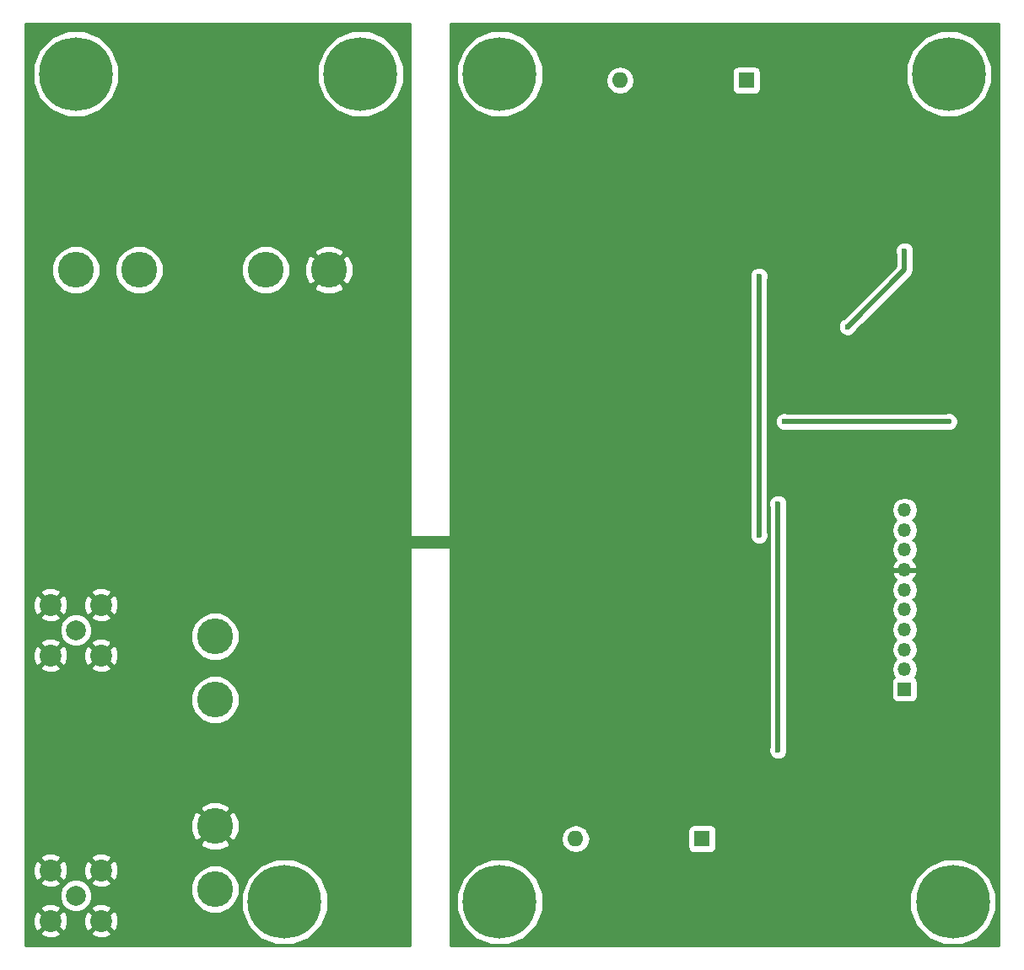
<source format=gbl>
G04 #@! TF.FileFunction,Copper,L2,Bot,Signal*
%FSLAX46Y46*%
G04 Gerber Fmt 4.6, Leading zero omitted, Abs format (unit mm)*
G04 Created by KiCad (PCBNEW 4.0.6) date Friday, July 21, 2017 'PMt' 04:29:49 PM*
%MOMM*%
%LPD*%
G01*
G04 APERTURE LIST*
%ADD10C,0.100000*%
%ADD11R,1.600000X1.600000*%
%ADD12O,1.600000X1.600000*%
%ADD13C,2.200000*%
%ADD14C,2.000000*%
%ADD15R,1.350000X1.350000*%
%ADD16O,1.350000X1.350000*%
%ADD17C,3.600000*%
%ADD18C,7.400000*%
%ADD19C,0.600000*%
%ADD20C,1.000000*%
%ADD21C,0.250000*%
%ADD22C,0.500000*%
%ADD23C,0.254000*%
G04 APERTURE END LIST*
D10*
D11*
X173990000Y-46990000D03*
D12*
X161290000Y-46990000D03*
D11*
X169545000Y-123190000D03*
D12*
X156845000Y-123190000D03*
D13*
X104140000Y-104775000D03*
X104140000Y-99695000D03*
X109220000Y-99695000D03*
X109220000Y-104775000D03*
D14*
X106680000Y-102235000D03*
D13*
X104140000Y-131445000D03*
X104140000Y-126365000D03*
X109220000Y-126365000D03*
X109220000Y-131445000D03*
D14*
X106680000Y-128905000D03*
D15*
X189865000Y-108170000D03*
D16*
X189865000Y-106170000D03*
X189865000Y-104170000D03*
X189865000Y-102170000D03*
X189865000Y-100170000D03*
X189865000Y-98170000D03*
X189865000Y-96170000D03*
X189865000Y-94170000D03*
X189865000Y-92170000D03*
X189865000Y-90170000D03*
D17*
X120650000Y-121920000D03*
X120650000Y-109220000D03*
X120650000Y-102870000D03*
X120650000Y-128270000D03*
X125730000Y-66040000D03*
X113030000Y-66040000D03*
X106680000Y-66040000D03*
X132080000Y-66040000D03*
D18*
X194310000Y-46355000D03*
D19*
X197085000Y-46355000D03*
X196272221Y-48317221D03*
X194310000Y-49130000D03*
X192347779Y-48317221D03*
X191535000Y-46355000D03*
X192347779Y-44392779D03*
X194310000Y-43580000D03*
X196272221Y-44392779D03*
D18*
X149225000Y-46355000D03*
D19*
X152000000Y-46355000D03*
X151187221Y-48317221D03*
X149225000Y-49130000D03*
X147262779Y-48317221D03*
X146450000Y-46355000D03*
X147262779Y-44392779D03*
X149225000Y-43580000D03*
X151187221Y-44392779D03*
D18*
X149225000Y-129540000D03*
D19*
X152000000Y-129540000D03*
X151187221Y-131502221D03*
X149225000Y-132315000D03*
X147262779Y-131502221D03*
X146450000Y-129540000D03*
X147262779Y-127577779D03*
X149225000Y-126765000D03*
X151187221Y-127577779D03*
D18*
X194710000Y-129540000D03*
D19*
X197485000Y-129540000D03*
X196672221Y-131502221D03*
X194710000Y-132315000D03*
X192747779Y-131502221D03*
X191935000Y-129540000D03*
X192747779Y-127577779D03*
X194710000Y-126765000D03*
X196672221Y-127577779D03*
D18*
X127635000Y-129540000D03*
D19*
X130410000Y-129540000D03*
X129597221Y-131502221D03*
X127635000Y-132315000D03*
X125672779Y-131502221D03*
X124860000Y-129540000D03*
X125672779Y-127577779D03*
X127635000Y-126765000D03*
X129597221Y-127577779D03*
D18*
X106680000Y-46355000D03*
D19*
X109455000Y-46355000D03*
X108642221Y-48317221D03*
X106680000Y-49130000D03*
X104717779Y-48317221D03*
X103905000Y-46355000D03*
X104717779Y-44392779D03*
X106680000Y-43580000D03*
X108642221Y-44392779D03*
D18*
X135255000Y-46355000D03*
D19*
X138030000Y-46355000D03*
X137217221Y-48317221D03*
X135255000Y-49130000D03*
X133292779Y-48317221D03*
X132480000Y-46355000D03*
X133292779Y-44392779D03*
X135255000Y-43580000D03*
X137217221Y-44392779D03*
X164805000Y-95250000D03*
X170180000Y-78105000D03*
X170180000Y-88265000D03*
X154940000Y-88900000D03*
X154940000Y-95250000D03*
X161290000Y-66675000D03*
X161290000Y-55245000D03*
X160020000Y-129370000D03*
X160020000Y-118110000D03*
X124460000Y-121920000D03*
X135890000Y-93345000D03*
X135890000Y-66040000D03*
X189865000Y-64135000D03*
X184150000Y-71755000D03*
X175260000Y-66675000D03*
X175260000Y-92710000D03*
X177800000Y-81280000D03*
X194310000Y-81280000D03*
X177165000Y-89535000D03*
X177165000Y-114300000D03*
D20*
X160020000Y-118110000D02*
X160020000Y-95250000D01*
X160020000Y-95250000D02*
X160020000Y-93345000D01*
D21*
X164805000Y-95250000D02*
X160020000Y-95250000D01*
D20*
X170180000Y-78105000D02*
X170180000Y-88265000D01*
X170180000Y-88265000D02*
X155575000Y-88265000D01*
X155575000Y-88265000D02*
X154940000Y-88900000D01*
X154940000Y-93345000D02*
X154940000Y-88900000D01*
X154940000Y-95250000D02*
X154940000Y-93345000D01*
X160020000Y-93345000D02*
X154940000Y-93345000D01*
X154940000Y-93345000D02*
X135890000Y-93345000D01*
X161290000Y-55245000D02*
X161290000Y-66675000D01*
X160020000Y-118110000D02*
X160020000Y-129370000D01*
X135890000Y-121920000D02*
X135890000Y-114300000D01*
X135890000Y-114300000D02*
X135890000Y-93345000D01*
X124460000Y-121920000D02*
X135890000Y-121920000D01*
X135890000Y-66040000D02*
X135890000Y-93345000D01*
D22*
X184150000Y-71755000D02*
X189865000Y-66040000D01*
X189865000Y-66040000D02*
X189865000Y-64135000D01*
X175260000Y-92710000D02*
X175260000Y-66675000D01*
X194310000Y-81280000D02*
X177800000Y-81280000D01*
X177165000Y-89535000D02*
X177165000Y-90170000D01*
X177165000Y-90170000D02*
X177165000Y-114300000D01*
D23*
G36*
X140208000Y-92710000D02*
X140218006Y-92759410D01*
X140246447Y-92801035D01*
X140288841Y-92828315D01*
X140335000Y-92837000D01*
X144145000Y-92837000D01*
X144194410Y-92826994D01*
X144236035Y-92798553D01*
X144263315Y-92756159D01*
X144272000Y-92710000D01*
X144272000Y-66860167D01*
X174324838Y-66860167D01*
X174375000Y-66981569D01*
X174375000Y-92403178D01*
X174325162Y-92523201D01*
X174324838Y-92895167D01*
X174466883Y-93238943D01*
X174729673Y-93502192D01*
X175073201Y-93644838D01*
X175445167Y-93645162D01*
X175788943Y-93503117D01*
X176052192Y-93240327D01*
X176194838Y-92896799D01*
X176195162Y-92524833D01*
X176145000Y-92403431D01*
X176145000Y-89720167D01*
X176229838Y-89720167D01*
X176280000Y-89841569D01*
X176280000Y-113993178D01*
X176230162Y-114113201D01*
X176229838Y-114485167D01*
X176371883Y-114828943D01*
X176634673Y-115092192D01*
X176978201Y-115234838D01*
X177350167Y-115235162D01*
X177693943Y-115093117D01*
X177957192Y-114830327D01*
X178099838Y-114486799D01*
X178100162Y-114114833D01*
X178050000Y-113993431D01*
X178050000Y-98170000D01*
X188529336Y-98170000D01*
X188629054Y-98671315D01*
X188913026Y-99096310D01*
X189023311Y-99170000D01*
X188913026Y-99243690D01*
X188629054Y-99668685D01*
X188529336Y-100170000D01*
X188629054Y-100671315D01*
X188913026Y-101096310D01*
X189023311Y-101170000D01*
X188913026Y-101243690D01*
X188629054Y-101668685D01*
X188529336Y-102170000D01*
X188629054Y-102671315D01*
X188913026Y-103096310D01*
X189023311Y-103170000D01*
X188913026Y-103243690D01*
X188629054Y-103668685D01*
X188529336Y-104170000D01*
X188629054Y-104671315D01*
X188913026Y-105096310D01*
X189023311Y-105170000D01*
X188913026Y-105243690D01*
X188629054Y-105668685D01*
X188529336Y-106170000D01*
X188629054Y-106671315D01*
X188830008Y-106972064D01*
X188738559Y-107030910D01*
X188593569Y-107243110D01*
X188542560Y-107495000D01*
X188542560Y-108845000D01*
X188586838Y-109080317D01*
X188725910Y-109296441D01*
X188938110Y-109441431D01*
X189190000Y-109492440D01*
X190540000Y-109492440D01*
X190775317Y-109448162D01*
X190991441Y-109309090D01*
X191136431Y-109096890D01*
X191187440Y-108845000D01*
X191187440Y-107495000D01*
X191143162Y-107259683D01*
X191004090Y-107043559D01*
X190899823Y-106972317D01*
X191100946Y-106671315D01*
X191200664Y-106170000D01*
X191100946Y-105668685D01*
X190816974Y-105243690D01*
X190706689Y-105170000D01*
X190816974Y-105096310D01*
X191100946Y-104671315D01*
X191200664Y-104170000D01*
X191100946Y-103668685D01*
X190816974Y-103243690D01*
X190706689Y-103170000D01*
X190816974Y-103096310D01*
X191100946Y-102671315D01*
X191200664Y-102170000D01*
X191100946Y-101668685D01*
X190816974Y-101243690D01*
X190706689Y-101170000D01*
X190816974Y-101096310D01*
X191100946Y-100671315D01*
X191200664Y-100170000D01*
X191100946Y-99668685D01*
X190816974Y-99243690D01*
X190706689Y-99170000D01*
X190816974Y-99096310D01*
X191100946Y-98671315D01*
X191200664Y-98170000D01*
X191100946Y-97668685D01*
X190816974Y-97243690D01*
X190699314Y-97165072D01*
X190994478Y-96833633D01*
X191132910Y-96499400D01*
X191009224Y-96297000D01*
X189992000Y-96297000D01*
X189992000Y-96317000D01*
X189738000Y-96317000D01*
X189738000Y-96297000D01*
X188720776Y-96297000D01*
X188597090Y-96499400D01*
X188735522Y-96833633D01*
X189030686Y-97165072D01*
X188913026Y-97243690D01*
X188629054Y-97668685D01*
X188529336Y-98170000D01*
X178050000Y-98170000D01*
X178050000Y-90170000D01*
X188529336Y-90170000D01*
X188629054Y-90671315D01*
X188913026Y-91096310D01*
X189023311Y-91170000D01*
X188913026Y-91243690D01*
X188629054Y-91668685D01*
X188529336Y-92170000D01*
X188629054Y-92671315D01*
X188913026Y-93096310D01*
X189023311Y-93170000D01*
X188913026Y-93243690D01*
X188629054Y-93668685D01*
X188529336Y-94170000D01*
X188629054Y-94671315D01*
X188913026Y-95096310D01*
X189030686Y-95174928D01*
X188735522Y-95506367D01*
X188597090Y-95840600D01*
X188720776Y-96043000D01*
X189738000Y-96043000D01*
X189738000Y-96023000D01*
X189992000Y-96023000D01*
X189992000Y-96043000D01*
X191009224Y-96043000D01*
X191132910Y-95840600D01*
X190994478Y-95506367D01*
X190699314Y-95174928D01*
X190816974Y-95096310D01*
X191100946Y-94671315D01*
X191200664Y-94170000D01*
X191100946Y-93668685D01*
X190816974Y-93243690D01*
X190706689Y-93170000D01*
X190816974Y-93096310D01*
X191100946Y-92671315D01*
X191200664Y-92170000D01*
X191100946Y-91668685D01*
X190816974Y-91243690D01*
X190706689Y-91170000D01*
X190816974Y-91096310D01*
X191100946Y-90671315D01*
X191200664Y-90170000D01*
X191100946Y-89668685D01*
X190816974Y-89243690D01*
X190391979Y-88959718D01*
X189890664Y-88860000D01*
X189839336Y-88860000D01*
X189338021Y-88959718D01*
X188913026Y-89243690D01*
X188629054Y-89668685D01*
X188529336Y-90170000D01*
X178050000Y-90170000D01*
X178050000Y-89841822D01*
X178099838Y-89721799D01*
X178100162Y-89349833D01*
X177958117Y-89006057D01*
X177695327Y-88742808D01*
X177351799Y-88600162D01*
X176979833Y-88599838D01*
X176636057Y-88741883D01*
X176372808Y-89004673D01*
X176230162Y-89348201D01*
X176229838Y-89720167D01*
X176145000Y-89720167D01*
X176145000Y-81465167D01*
X176864838Y-81465167D01*
X177006883Y-81808943D01*
X177269673Y-82072192D01*
X177613201Y-82214838D01*
X177985167Y-82215162D01*
X178106569Y-82165000D01*
X194003178Y-82165000D01*
X194123201Y-82214838D01*
X194495167Y-82215162D01*
X194838943Y-82073117D01*
X195102192Y-81810327D01*
X195244838Y-81466799D01*
X195245162Y-81094833D01*
X195103117Y-80751057D01*
X194840327Y-80487808D01*
X194496799Y-80345162D01*
X194124833Y-80344838D01*
X194003431Y-80395000D01*
X178106822Y-80395000D01*
X177986799Y-80345162D01*
X177614833Y-80344838D01*
X177271057Y-80486883D01*
X177007808Y-80749673D01*
X176865162Y-81093201D01*
X176864838Y-81465167D01*
X176145000Y-81465167D01*
X176145000Y-71940167D01*
X183214838Y-71940167D01*
X183356883Y-72283943D01*
X183619673Y-72547192D01*
X183963201Y-72689838D01*
X184335167Y-72690162D01*
X184678943Y-72548117D01*
X184942192Y-72285327D01*
X184992566Y-72164014D01*
X190490787Y-66665792D01*
X190490790Y-66665790D01*
X190682633Y-66378675D01*
X190682634Y-66378674D01*
X190750001Y-66040000D01*
X190750000Y-66039995D01*
X190750000Y-64441822D01*
X190799838Y-64321799D01*
X190800162Y-63949833D01*
X190658117Y-63606057D01*
X190395327Y-63342808D01*
X190051799Y-63200162D01*
X189679833Y-63199838D01*
X189336057Y-63341883D01*
X189072808Y-63604673D01*
X188930162Y-63948201D01*
X188929838Y-64320167D01*
X188980000Y-64441569D01*
X188980000Y-65673421D01*
X183741164Y-70912256D01*
X183621057Y-70961883D01*
X183357808Y-71224673D01*
X183215162Y-71568201D01*
X183214838Y-71940167D01*
X176145000Y-71940167D01*
X176145000Y-66981822D01*
X176194838Y-66861799D01*
X176195162Y-66489833D01*
X176053117Y-66146057D01*
X175790327Y-65882808D01*
X175446799Y-65740162D01*
X175074833Y-65739838D01*
X174731057Y-65881883D01*
X174467808Y-66144673D01*
X174325162Y-66488201D01*
X174324838Y-66860167D01*
X144272000Y-66860167D01*
X144272000Y-47213502D01*
X144889249Y-47213502D01*
X145547823Y-48807372D01*
X146766213Y-50027892D01*
X148358932Y-50689246D01*
X150083502Y-50690751D01*
X151677372Y-50032177D01*
X152897892Y-48813787D01*
X153559246Y-47221068D01*
X153559447Y-46990000D01*
X159826887Y-46990000D01*
X159936120Y-47539151D01*
X160247189Y-48004698D01*
X160712736Y-48315767D01*
X161261887Y-48425000D01*
X161318113Y-48425000D01*
X161867264Y-48315767D01*
X162332811Y-48004698D01*
X162643880Y-47539151D01*
X162753113Y-46990000D01*
X162643880Y-46440849D01*
X162476268Y-46190000D01*
X172542560Y-46190000D01*
X172542560Y-47790000D01*
X172586838Y-48025317D01*
X172725910Y-48241441D01*
X172938110Y-48386431D01*
X173190000Y-48437440D01*
X174790000Y-48437440D01*
X175025317Y-48393162D01*
X175241441Y-48254090D01*
X175386431Y-48041890D01*
X175437440Y-47790000D01*
X175437440Y-47213502D01*
X189974249Y-47213502D01*
X190632823Y-48807372D01*
X191851213Y-50027892D01*
X193443932Y-50689246D01*
X195168502Y-50690751D01*
X196762372Y-50032177D01*
X197982892Y-48813787D01*
X198644246Y-47221068D01*
X198645751Y-45496498D01*
X197987177Y-43902628D01*
X196768787Y-42682108D01*
X195176068Y-42020754D01*
X193451498Y-42019249D01*
X191857628Y-42677823D01*
X190637108Y-43896213D01*
X189975754Y-45488932D01*
X189974249Y-47213502D01*
X175437440Y-47213502D01*
X175437440Y-46190000D01*
X175393162Y-45954683D01*
X175254090Y-45738559D01*
X175041890Y-45593569D01*
X174790000Y-45542560D01*
X173190000Y-45542560D01*
X172954683Y-45586838D01*
X172738559Y-45725910D01*
X172593569Y-45938110D01*
X172542560Y-46190000D01*
X162476268Y-46190000D01*
X162332811Y-45975302D01*
X161867264Y-45664233D01*
X161318113Y-45555000D01*
X161261887Y-45555000D01*
X160712736Y-45664233D01*
X160247189Y-45975302D01*
X159936120Y-46440849D01*
X159826887Y-46990000D01*
X153559447Y-46990000D01*
X153560751Y-45496498D01*
X152902177Y-43902628D01*
X151683787Y-42682108D01*
X150091068Y-42020754D01*
X148366498Y-42019249D01*
X146772628Y-42677823D01*
X145552108Y-43896213D01*
X144890754Y-45488932D01*
X144889249Y-47213502D01*
X144272000Y-47213502D01*
X144272000Y-41325000D01*
X199340000Y-41325000D01*
X199340000Y-133935000D01*
X144272000Y-133935000D01*
X144272000Y-130398502D01*
X144889249Y-130398502D01*
X145547823Y-131992372D01*
X146766213Y-133212892D01*
X148358932Y-133874246D01*
X150083502Y-133875751D01*
X151677372Y-133217177D01*
X152897892Y-131998787D01*
X153559246Y-130406068D01*
X153559252Y-130398502D01*
X190374249Y-130398502D01*
X191032823Y-131992372D01*
X192251213Y-133212892D01*
X193843932Y-133874246D01*
X195568502Y-133875751D01*
X197162372Y-133217177D01*
X198382892Y-131998787D01*
X199044246Y-130406068D01*
X199045751Y-128681498D01*
X198387177Y-127087628D01*
X197168787Y-125867108D01*
X195576068Y-125205754D01*
X193851498Y-125204249D01*
X192257628Y-125862823D01*
X191037108Y-127081213D01*
X190375754Y-128673932D01*
X190374249Y-130398502D01*
X153559252Y-130398502D01*
X153560751Y-128681498D01*
X152902177Y-127087628D01*
X151683787Y-125867108D01*
X150091068Y-125205754D01*
X148366498Y-125204249D01*
X146772628Y-125862823D01*
X145552108Y-127081213D01*
X144890754Y-128673932D01*
X144889249Y-130398502D01*
X144272000Y-130398502D01*
X144272000Y-123190000D01*
X155381887Y-123190000D01*
X155491120Y-123739151D01*
X155802189Y-124204698D01*
X156267736Y-124515767D01*
X156816887Y-124625000D01*
X156873113Y-124625000D01*
X157422264Y-124515767D01*
X157887811Y-124204698D01*
X158198880Y-123739151D01*
X158308113Y-123190000D01*
X158198880Y-122640849D01*
X158031268Y-122390000D01*
X168097560Y-122390000D01*
X168097560Y-123990000D01*
X168141838Y-124225317D01*
X168280910Y-124441441D01*
X168493110Y-124586431D01*
X168745000Y-124637440D01*
X170345000Y-124637440D01*
X170580317Y-124593162D01*
X170796441Y-124454090D01*
X170941431Y-124241890D01*
X170992440Y-123990000D01*
X170992440Y-122390000D01*
X170948162Y-122154683D01*
X170809090Y-121938559D01*
X170596890Y-121793569D01*
X170345000Y-121742560D01*
X168745000Y-121742560D01*
X168509683Y-121786838D01*
X168293559Y-121925910D01*
X168148569Y-122138110D01*
X168097560Y-122390000D01*
X158031268Y-122390000D01*
X157887811Y-122175302D01*
X157422264Y-121864233D01*
X156873113Y-121755000D01*
X156816887Y-121755000D01*
X156267736Y-121864233D01*
X155802189Y-122175302D01*
X155491120Y-122640849D01*
X155381887Y-123190000D01*
X144272000Y-123190000D01*
X144272000Y-93980000D01*
X144261994Y-93930590D01*
X144233553Y-93888965D01*
X144191159Y-93861685D01*
X144145000Y-93853000D01*
X140335000Y-93853000D01*
X140285590Y-93863006D01*
X140243965Y-93891447D01*
X140216685Y-93933841D01*
X140208000Y-93980000D01*
X140208000Y-133935000D01*
X101650000Y-133935000D01*
X101650000Y-132669868D01*
X103094737Y-132669868D01*
X103205641Y-132947099D01*
X103851593Y-133190323D01*
X104541453Y-133167836D01*
X105074359Y-132947099D01*
X105185263Y-132669868D01*
X108174737Y-132669868D01*
X108285641Y-132947099D01*
X108931593Y-133190323D01*
X109621453Y-133167836D01*
X110154359Y-132947099D01*
X110265263Y-132669868D01*
X109220000Y-131624605D01*
X108174737Y-132669868D01*
X105185263Y-132669868D01*
X104140000Y-131624605D01*
X103094737Y-132669868D01*
X101650000Y-132669868D01*
X101650000Y-131156593D01*
X102394677Y-131156593D01*
X102417164Y-131846453D01*
X102637901Y-132379359D01*
X102915132Y-132490263D01*
X103960395Y-131445000D01*
X104319605Y-131445000D01*
X105364868Y-132490263D01*
X105642099Y-132379359D01*
X105885323Y-131733407D01*
X105866521Y-131156593D01*
X107474677Y-131156593D01*
X107497164Y-131846453D01*
X107717901Y-132379359D01*
X107995132Y-132490263D01*
X109040395Y-131445000D01*
X109399605Y-131445000D01*
X110444868Y-132490263D01*
X110722099Y-132379359D01*
X110965323Y-131733407D01*
X110942836Y-131043547D01*
X110722099Y-130510641D01*
X110444868Y-130399737D01*
X109399605Y-131445000D01*
X109040395Y-131445000D01*
X107995132Y-130399737D01*
X107717901Y-130510641D01*
X107474677Y-131156593D01*
X105866521Y-131156593D01*
X105862836Y-131043547D01*
X105642099Y-130510641D01*
X105364868Y-130399737D01*
X104319605Y-131445000D01*
X103960395Y-131445000D01*
X102915132Y-130399737D01*
X102637901Y-130510641D01*
X102394677Y-131156593D01*
X101650000Y-131156593D01*
X101650000Y-130220132D01*
X103094737Y-130220132D01*
X104140000Y-131265395D01*
X105185263Y-130220132D01*
X105074359Y-129942901D01*
X104428407Y-129699677D01*
X103738547Y-129722164D01*
X103205641Y-129942901D01*
X103094737Y-130220132D01*
X101650000Y-130220132D01*
X101650000Y-129228795D01*
X105044716Y-129228795D01*
X105293106Y-129829943D01*
X105752637Y-130290278D01*
X106353352Y-130539716D01*
X107003795Y-130540284D01*
X107604943Y-130291894D01*
X107676830Y-130220132D01*
X108174737Y-130220132D01*
X109220000Y-131265395D01*
X110265263Y-130220132D01*
X110154359Y-129942901D01*
X109508407Y-129699677D01*
X108818547Y-129722164D01*
X108285641Y-129942901D01*
X108174737Y-130220132D01*
X107676830Y-130220132D01*
X108065278Y-129832363D01*
X108314716Y-129231648D01*
X108315134Y-128752226D01*
X118214579Y-128752226D01*
X118584504Y-129647514D01*
X119268883Y-130333088D01*
X120163524Y-130704576D01*
X121132226Y-130705421D01*
X121875027Y-130398502D01*
X123299249Y-130398502D01*
X123957823Y-131992372D01*
X125176213Y-133212892D01*
X126768932Y-133874246D01*
X128493502Y-133875751D01*
X130087372Y-133217177D01*
X131307892Y-131998787D01*
X131969246Y-130406068D01*
X131970751Y-128681498D01*
X131312177Y-127087628D01*
X130093787Y-125867108D01*
X128501068Y-125205754D01*
X126776498Y-125204249D01*
X125182628Y-125862823D01*
X123962108Y-127081213D01*
X123300754Y-128673932D01*
X123299249Y-130398502D01*
X121875027Y-130398502D01*
X122027514Y-130335496D01*
X122713088Y-129651117D01*
X123084576Y-128756476D01*
X123085421Y-127787774D01*
X122715496Y-126892486D01*
X122031117Y-126206912D01*
X121136476Y-125835424D01*
X120167774Y-125834579D01*
X119272486Y-126204504D01*
X118586912Y-126888883D01*
X118215424Y-127783524D01*
X118214579Y-128752226D01*
X108315134Y-128752226D01*
X108315284Y-128581205D01*
X108066894Y-127980057D01*
X107677387Y-127589868D01*
X108174737Y-127589868D01*
X108285641Y-127867099D01*
X108931593Y-128110323D01*
X109621453Y-128087836D01*
X110154359Y-127867099D01*
X110265263Y-127589868D01*
X109220000Y-126544605D01*
X108174737Y-127589868D01*
X107677387Y-127589868D01*
X107607363Y-127519722D01*
X107006648Y-127270284D01*
X106356205Y-127269716D01*
X105755057Y-127518106D01*
X105294722Y-127977637D01*
X105045284Y-128578352D01*
X105044716Y-129228795D01*
X101650000Y-129228795D01*
X101650000Y-127589868D01*
X103094737Y-127589868D01*
X103205641Y-127867099D01*
X103851593Y-128110323D01*
X104541453Y-128087836D01*
X105074359Y-127867099D01*
X105185263Y-127589868D01*
X104140000Y-126544605D01*
X103094737Y-127589868D01*
X101650000Y-127589868D01*
X101650000Y-126076593D01*
X102394677Y-126076593D01*
X102417164Y-126766453D01*
X102637901Y-127299359D01*
X102915132Y-127410263D01*
X103960395Y-126365000D01*
X104319605Y-126365000D01*
X105364868Y-127410263D01*
X105642099Y-127299359D01*
X105885323Y-126653407D01*
X105866521Y-126076593D01*
X107474677Y-126076593D01*
X107497164Y-126766453D01*
X107717901Y-127299359D01*
X107995132Y-127410263D01*
X109040395Y-126365000D01*
X109399605Y-126365000D01*
X110444868Y-127410263D01*
X110722099Y-127299359D01*
X110965323Y-126653407D01*
X110942836Y-125963547D01*
X110722099Y-125430641D01*
X110444868Y-125319737D01*
X109399605Y-126365000D01*
X109040395Y-126365000D01*
X107995132Y-125319737D01*
X107717901Y-125430641D01*
X107474677Y-126076593D01*
X105866521Y-126076593D01*
X105862836Y-125963547D01*
X105642099Y-125430641D01*
X105364868Y-125319737D01*
X104319605Y-126365000D01*
X103960395Y-126365000D01*
X102915132Y-125319737D01*
X102637901Y-125430641D01*
X102394677Y-126076593D01*
X101650000Y-126076593D01*
X101650000Y-125140132D01*
X103094737Y-125140132D01*
X104140000Y-126185395D01*
X105185263Y-125140132D01*
X108174737Y-125140132D01*
X109220000Y-126185395D01*
X110265263Y-125140132D01*
X110154359Y-124862901D01*
X109508407Y-124619677D01*
X108818547Y-124642164D01*
X108285641Y-124862901D01*
X108174737Y-125140132D01*
X105185263Y-125140132D01*
X105074359Y-124862901D01*
X104428407Y-124619677D01*
X103738547Y-124642164D01*
X103205641Y-124862901D01*
X103094737Y-125140132D01*
X101650000Y-125140132D01*
X101650000Y-123650630D01*
X119098975Y-123650630D01*
X119295358Y-124000569D01*
X120194673Y-124360594D01*
X121163308Y-124349061D01*
X122004642Y-124000569D01*
X122201025Y-123650630D01*
X120650000Y-122099605D01*
X119098975Y-123650630D01*
X101650000Y-123650630D01*
X101650000Y-121464673D01*
X118209406Y-121464673D01*
X118220939Y-122433308D01*
X118569431Y-123274642D01*
X118919370Y-123471025D01*
X120470395Y-121920000D01*
X120829605Y-121920000D01*
X122380630Y-123471025D01*
X122730569Y-123274642D01*
X123090594Y-122375327D01*
X123079061Y-121406692D01*
X122730569Y-120565358D01*
X122380630Y-120368975D01*
X120829605Y-121920000D01*
X120470395Y-121920000D01*
X118919370Y-120368975D01*
X118569431Y-120565358D01*
X118209406Y-121464673D01*
X101650000Y-121464673D01*
X101650000Y-120189370D01*
X119098975Y-120189370D01*
X120650000Y-121740395D01*
X122201025Y-120189370D01*
X122004642Y-119839431D01*
X121105327Y-119479406D01*
X120136692Y-119490939D01*
X119295358Y-119839431D01*
X119098975Y-120189370D01*
X101650000Y-120189370D01*
X101650000Y-109702226D01*
X118214579Y-109702226D01*
X118584504Y-110597514D01*
X119268883Y-111283088D01*
X120163524Y-111654576D01*
X121132226Y-111655421D01*
X122027514Y-111285496D01*
X122713088Y-110601117D01*
X123084576Y-109706476D01*
X123085421Y-108737774D01*
X122715496Y-107842486D01*
X122031117Y-107156912D01*
X121136476Y-106785424D01*
X120167774Y-106784579D01*
X119272486Y-107154504D01*
X118586912Y-107838883D01*
X118215424Y-108733524D01*
X118214579Y-109702226D01*
X101650000Y-109702226D01*
X101650000Y-105999868D01*
X103094737Y-105999868D01*
X103205641Y-106277099D01*
X103851593Y-106520323D01*
X104541453Y-106497836D01*
X105074359Y-106277099D01*
X105185263Y-105999868D01*
X108174737Y-105999868D01*
X108285641Y-106277099D01*
X108931593Y-106520323D01*
X109621453Y-106497836D01*
X110154359Y-106277099D01*
X110265263Y-105999868D01*
X109220000Y-104954605D01*
X108174737Y-105999868D01*
X105185263Y-105999868D01*
X104140000Y-104954605D01*
X103094737Y-105999868D01*
X101650000Y-105999868D01*
X101650000Y-104486593D01*
X102394677Y-104486593D01*
X102417164Y-105176453D01*
X102637901Y-105709359D01*
X102915132Y-105820263D01*
X103960395Y-104775000D01*
X104319605Y-104775000D01*
X105364868Y-105820263D01*
X105642099Y-105709359D01*
X105885323Y-105063407D01*
X105866521Y-104486593D01*
X107474677Y-104486593D01*
X107497164Y-105176453D01*
X107717901Y-105709359D01*
X107995132Y-105820263D01*
X109040395Y-104775000D01*
X109399605Y-104775000D01*
X110444868Y-105820263D01*
X110722099Y-105709359D01*
X110965323Y-105063407D01*
X110942836Y-104373547D01*
X110722099Y-103840641D01*
X110444868Y-103729737D01*
X109399605Y-104775000D01*
X109040395Y-104775000D01*
X107995132Y-103729737D01*
X107717901Y-103840641D01*
X107474677Y-104486593D01*
X105866521Y-104486593D01*
X105862836Y-104373547D01*
X105642099Y-103840641D01*
X105364868Y-103729737D01*
X104319605Y-104775000D01*
X103960395Y-104775000D01*
X102915132Y-103729737D01*
X102637901Y-103840641D01*
X102394677Y-104486593D01*
X101650000Y-104486593D01*
X101650000Y-103550132D01*
X103094737Y-103550132D01*
X104140000Y-104595395D01*
X105185263Y-103550132D01*
X105074359Y-103272901D01*
X104428407Y-103029677D01*
X103738547Y-103052164D01*
X103205641Y-103272901D01*
X103094737Y-103550132D01*
X101650000Y-103550132D01*
X101650000Y-102558795D01*
X105044716Y-102558795D01*
X105293106Y-103159943D01*
X105752637Y-103620278D01*
X106353352Y-103869716D01*
X107003795Y-103870284D01*
X107604943Y-103621894D01*
X107676830Y-103550132D01*
X108174737Y-103550132D01*
X109220000Y-104595395D01*
X110265263Y-103550132D01*
X110186093Y-103352226D01*
X118214579Y-103352226D01*
X118584504Y-104247514D01*
X119268883Y-104933088D01*
X120163524Y-105304576D01*
X121132226Y-105305421D01*
X122027514Y-104935496D01*
X122713088Y-104251117D01*
X123084576Y-103356476D01*
X123085421Y-102387774D01*
X122715496Y-101492486D01*
X122031117Y-100806912D01*
X121136476Y-100435424D01*
X120167774Y-100434579D01*
X119272486Y-100804504D01*
X118586912Y-101488883D01*
X118215424Y-102383524D01*
X118214579Y-103352226D01*
X110186093Y-103352226D01*
X110154359Y-103272901D01*
X109508407Y-103029677D01*
X108818547Y-103052164D01*
X108285641Y-103272901D01*
X108174737Y-103550132D01*
X107676830Y-103550132D01*
X108065278Y-103162363D01*
X108314716Y-102561648D01*
X108315284Y-101911205D01*
X108066894Y-101310057D01*
X107677387Y-100919868D01*
X108174737Y-100919868D01*
X108285641Y-101197099D01*
X108931593Y-101440323D01*
X109621453Y-101417836D01*
X110154359Y-101197099D01*
X110265263Y-100919868D01*
X109220000Y-99874605D01*
X108174737Y-100919868D01*
X107677387Y-100919868D01*
X107607363Y-100849722D01*
X107006648Y-100600284D01*
X106356205Y-100599716D01*
X105755057Y-100848106D01*
X105294722Y-101307637D01*
X105045284Y-101908352D01*
X105044716Y-102558795D01*
X101650000Y-102558795D01*
X101650000Y-100919868D01*
X103094737Y-100919868D01*
X103205641Y-101197099D01*
X103851593Y-101440323D01*
X104541453Y-101417836D01*
X105074359Y-101197099D01*
X105185263Y-100919868D01*
X104140000Y-99874605D01*
X103094737Y-100919868D01*
X101650000Y-100919868D01*
X101650000Y-99406593D01*
X102394677Y-99406593D01*
X102417164Y-100096453D01*
X102637901Y-100629359D01*
X102915132Y-100740263D01*
X103960395Y-99695000D01*
X104319605Y-99695000D01*
X105364868Y-100740263D01*
X105642099Y-100629359D01*
X105885323Y-99983407D01*
X105866521Y-99406593D01*
X107474677Y-99406593D01*
X107497164Y-100096453D01*
X107717901Y-100629359D01*
X107995132Y-100740263D01*
X109040395Y-99695000D01*
X109399605Y-99695000D01*
X110444868Y-100740263D01*
X110722099Y-100629359D01*
X110965323Y-99983407D01*
X110942836Y-99293547D01*
X110722099Y-98760641D01*
X110444868Y-98649737D01*
X109399605Y-99695000D01*
X109040395Y-99695000D01*
X107995132Y-98649737D01*
X107717901Y-98760641D01*
X107474677Y-99406593D01*
X105866521Y-99406593D01*
X105862836Y-99293547D01*
X105642099Y-98760641D01*
X105364868Y-98649737D01*
X104319605Y-99695000D01*
X103960395Y-99695000D01*
X102915132Y-98649737D01*
X102637901Y-98760641D01*
X102394677Y-99406593D01*
X101650000Y-99406593D01*
X101650000Y-98470132D01*
X103094737Y-98470132D01*
X104140000Y-99515395D01*
X105185263Y-98470132D01*
X108174737Y-98470132D01*
X109220000Y-99515395D01*
X110265263Y-98470132D01*
X110154359Y-98192901D01*
X109508407Y-97949677D01*
X108818547Y-97972164D01*
X108285641Y-98192901D01*
X108174737Y-98470132D01*
X105185263Y-98470132D01*
X105074359Y-98192901D01*
X104428407Y-97949677D01*
X103738547Y-97972164D01*
X103205641Y-98192901D01*
X103094737Y-98470132D01*
X101650000Y-98470132D01*
X101650000Y-66522226D01*
X104244579Y-66522226D01*
X104614504Y-67417514D01*
X105298883Y-68103088D01*
X106193524Y-68474576D01*
X107162226Y-68475421D01*
X108057514Y-68105496D01*
X108743088Y-67421117D01*
X109114576Y-66526476D01*
X109114579Y-66522226D01*
X110594579Y-66522226D01*
X110964504Y-67417514D01*
X111648883Y-68103088D01*
X112543524Y-68474576D01*
X113512226Y-68475421D01*
X114407514Y-68105496D01*
X115093088Y-67421117D01*
X115464576Y-66526476D01*
X115464579Y-66522226D01*
X123294579Y-66522226D01*
X123664504Y-67417514D01*
X124348883Y-68103088D01*
X125243524Y-68474576D01*
X126212226Y-68475421D01*
X127107514Y-68105496D01*
X127442964Y-67770630D01*
X130528975Y-67770630D01*
X130725358Y-68120569D01*
X131624673Y-68480594D01*
X132593308Y-68469061D01*
X133434642Y-68120569D01*
X133631025Y-67770630D01*
X132080000Y-66219605D01*
X130528975Y-67770630D01*
X127442964Y-67770630D01*
X127793088Y-67421117D01*
X128164576Y-66526476D01*
X128165397Y-65584673D01*
X129639406Y-65584673D01*
X129650939Y-66553308D01*
X129999431Y-67394642D01*
X130349370Y-67591025D01*
X131900395Y-66040000D01*
X132259605Y-66040000D01*
X133810630Y-67591025D01*
X134160569Y-67394642D01*
X134520594Y-66495327D01*
X134509061Y-65526692D01*
X134160569Y-64685358D01*
X133810630Y-64488975D01*
X132259605Y-66040000D01*
X131900395Y-66040000D01*
X130349370Y-64488975D01*
X129999431Y-64685358D01*
X129639406Y-65584673D01*
X128165397Y-65584673D01*
X128165421Y-65557774D01*
X127795496Y-64662486D01*
X127442996Y-64309370D01*
X130528975Y-64309370D01*
X132080000Y-65860395D01*
X133631025Y-64309370D01*
X133434642Y-63959431D01*
X132535327Y-63599406D01*
X131566692Y-63610939D01*
X130725358Y-63959431D01*
X130528975Y-64309370D01*
X127442996Y-64309370D01*
X127111117Y-63976912D01*
X126216476Y-63605424D01*
X125247774Y-63604579D01*
X124352486Y-63974504D01*
X123666912Y-64658883D01*
X123295424Y-65553524D01*
X123294579Y-66522226D01*
X115464579Y-66522226D01*
X115465421Y-65557774D01*
X115095496Y-64662486D01*
X114411117Y-63976912D01*
X113516476Y-63605424D01*
X112547774Y-63604579D01*
X111652486Y-63974504D01*
X110966912Y-64658883D01*
X110595424Y-65553524D01*
X110594579Y-66522226D01*
X109114579Y-66522226D01*
X109115421Y-65557774D01*
X108745496Y-64662486D01*
X108061117Y-63976912D01*
X107166476Y-63605424D01*
X106197774Y-63604579D01*
X105302486Y-63974504D01*
X104616912Y-64658883D01*
X104245424Y-65553524D01*
X104244579Y-66522226D01*
X101650000Y-66522226D01*
X101650000Y-47213502D01*
X102344249Y-47213502D01*
X103002823Y-48807372D01*
X104221213Y-50027892D01*
X105813932Y-50689246D01*
X107538502Y-50690751D01*
X109132372Y-50032177D01*
X110352892Y-48813787D01*
X111014246Y-47221068D01*
X111014252Y-47213502D01*
X130919249Y-47213502D01*
X131577823Y-48807372D01*
X132796213Y-50027892D01*
X134388932Y-50689246D01*
X136113502Y-50690751D01*
X137707372Y-50032177D01*
X138927892Y-48813787D01*
X139589246Y-47221068D01*
X139590751Y-45496498D01*
X138932177Y-43902628D01*
X137713787Y-42682108D01*
X136121068Y-42020754D01*
X134396498Y-42019249D01*
X132802628Y-42677823D01*
X131582108Y-43896213D01*
X130920754Y-45488932D01*
X130919249Y-47213502D01*
X111014252Y-47213502D01*
X111015751Y-45496498D01*
X110357177Y-43902628D01*
X109138787Y-42682108D01*
X107546068Y-42020754D01*
X105821498Y-42019249D01*
X104227628Y-42677823D01*
X103007108Y-43896213D01*
X102345754Y-45488932D01*
X102344249Y-47213502D01*
X101650000Y-47213502D01*
X101650000Y-41325000D01*
X140208000Y-41325000D01*
X140208000Y-92710000D01*
X140208000Y-92710000D01*
G37*
X140208000Y-92710000D02*
X140218006Y-92759410D01*
X140246447Y-92801035D01*
X140288841Y-92828315D01*
X140335000Y-92837000D01*
X144145000Y-92837000D01*
X144194410Y-92826994D01*
X144236035Y-92798553D01*
X144263315Y-92756159D01*
X144272000Y-92710000D01*
X144272000Y-66860167D01*
X174324838Y-66860167D01*
X174375000Y-66981569D01*
X174375000Y-92403178D01*
X174325162Y-92523201D01*
X174324838Y-92895167D01*
X174466883Y-93238943D01*
X174729673Y-93502192D01*
X175073201Y-93644838D01*
X175445167Y-93645162D01*
X175788943Y-93503117D01*
X176052192Y-93240327D01*
X176194838Y-92896799D01*
X176195162Y-92524833D01*
X176145000Y-92403431D01*
X176145000Y-89720167D01*
X176229838Y-89720167D01*
X176280000Y-89841569D01*
X176280000Y-113993178D01*
X176230162Y-114113201D01*
X176229838Y-114485167D01*
X176371883Y-114828943D01*
X176634673Y-115092192D01*
X176978201Y-115234838D01*
X177350167Y-115235162D01*
X177693943Y-115093117D01*
X177957192Y-114830327D01*
X178099838Y-114486799D01*
X178100162Y-114114833D01*
X178050000Y-113993431D01*
X178050000Y-98170000D01*
X188529336Y-98170000D01*
X188629054Y-98671315D01*
X188913026Y-99096310D01*
X189023311Y-99170000D01*
X188913026Y-99243690D01*
X188629054Y-99668685D01*
X188529336Y-100170000D01*
X188629054Y-100671315D01*
X188913026Y-101096310D01*
X189023311Y-101170000D01*
X188913026Y-101243690D01*
X188629054Y-101668685D01*
X188529336Y-102170000D01*
X188629054Y-102671315D01*
X188913026Y-103096310D01*
X189023311Y-103170000D01*
X188913026Y-103243690D01*
X188629054Y-103668685D01*
X188529336Y-104170000D01*
X188629054Y-104671315D01*
X188913026Y-105096310D01*
X189023311Y-105170000D01*
X188913026Y-105243690D01*
X188629054Y-105668685D01*
X188529336Y-106170000D01*
X188629054Y-106671315D01*
X188830008Y-106972064D01*
X188738559Y-107030910D01*
X188593569Y-107243110D01*
X188542560Y-107495000D01*
X188542560Y-108845000D01*
X188586838Y-109080317D01*
X188725910Y-109296441D01*
X188938110Y-109441431D01*
X189190000Y-109492440D01*
X190540000Y-109492440D01*
X190775317Y-109448162D01*
X190991441Y-109309090D01*
X191136431Y-109096890D01*
X191187440Y-108845000D01*
X191187440Y-107495000D01*
X191143162Y-107259683D01*
X191004090Y-107043559D01*
X190899823Y-106972317D01*
X191100946Y-106671315D01*
X191200664Y-106170000D01*
X191100946Y-105668685D01*
X190816974Y-105243690D01*
X190706689Y-105170000D01*
X190816974Y-105096310D01*
X191100946Y-104671315D01*
X191200664Y-104170000D01*
X191100946Y-103668685D01*
X190816974Y-103243690D01*
X190706689Y-103170000D01*
X190816974Y-103096310D01*
X191100946Y-102671315D01*
X191200664Y-102170000D01*
X191100946Y-101668685D01*
X190816974Y-101243690D01*
X190706689Y-101170000D01*
X190816974Y-101096310D01*
X191100946Y-100671315D01*
X191200664Y-100170000D01*
X191100946Y-99668685D01*
X190816974Y-99243690D01*
X190706689Y-99170000D01*
X190816974Y-99096310D01*
X191100946Y-98671315D01*
X191200664Y-98170000D01*
X191100946Y-97668685D01*
X190816974Y-97243690D01*
X190699314Y-97165072D01*
X190994478Y-96833633D01*
X191132910Y-96499400D01*
X191009224Y-96297000D01*
X189992000Y-96297000D01*
X189992000Y-96317000D01*
X189738000Y-96317000D01*
X189738000Y-96297000D01*
X188720776Y-96297000D01*
X188597090Y-96499400D01*
X188735522Y-96833633D01*
X189030686Y-97165072D01*
X188913026Y-97243690D01*
X188629054Y-97668685D01*
X188529336Y-98170000D01*
X178050000Y-98170000D01*
X178050000Y-90170000D01*
X188529336Y-90170000D01*
X188629054Y-90671315D01*
X188913026Y-91096310D01*
X189023311Y-91170000D01*
X188913026Y-91243690D01*
X188629054Y-91668685D01*
X188529336Y-92170000D01*
X188629054Y-92671315D01*
X188913026Y-93096310D01*
X189023311Y-93170000D01*
X188913026Y-93243690D01*
X188629054Y-93668685D01*
X188529336Y-94170000D01*
X188629054Y-94671315D01*
X188913026Y-95096310D01*
X189030686Y-95174928D01*
X188735522Y-95506367D01*
X188597090Y-95840600D01*
X188720776Y-96043000D01*
X189738000Y-96043000D01*
X189738000Y-96023000D01*
X189992000Y-96023000D01*
X189992000Y-96043000D01*
X191009224Y-96043000D01*
X191132910Y-95840600D01*
X190994478Y-95506367D01*
X190699314Y-95174928D01*
X190816974Y-95096310D01*
X191100946Y-94671315D01*
X191200664Y-94170000D01*
X191100946Y-93668685D01*
X190816974Y-93243690D01*
X190706689Y-93170000D01*
X190816974Y-93096310D01*
X191100946Y-92671315D01*
X191200664Y-92170000D01*
X191100946Y-91668685D01*
X190816974Y-91243690D01*
X190706689Y-91170000D01*
X190816974Y-91096310D01*
X191100946Y-90671315D01*
X191200664Y-90170000D01*
X191100946Y-89668685D01*
X190816974Y-89243690D01*
X190391979Y-88959718D01*
X189890664Y-88860000D01*
X189839336Y-88860000D01*
X189338021Y-88959718D01*
X188913026Y-89243690D01*
X188629054Y-89668685D01*
X188529336Y-90170000D01*
X178050000Y-90170000D01*
X178050000Y-89841822D01*
X178099838Y-89721799D01*
X178100162Y-89349833D01*
X177958117Y-89006057D01*
X177695327Y-88742808D01*
X177351799Y-88600162D01*
X176979833Y-88599838D01*
X176636057Y-88741883D01*
X176372808Y-89004673D01*
X176230162Y-89348201D01*
X176229838Y-89720167D01*
X176145000Y-89720167D01*
X176145000Y-81465167D01*
X176864838Y-81465167D01*
X177006883Y-81808943D01*
X177269673Y-82072192D01*
X177613201Y-82214838D01*
X177985167Y-82215162D01*
X178106569Y-82165000D01*
X194003178Y-82165000D01*
X194123201Y-82214838D01*
X194495167Y-82215162D01*
X194838943Y-82073117D01*
X195102192Y-81810327D01*
X195244838Y-81466799D01*
X195245162Y-81094833D01*
X195103117Y-80751057D01*
X194840327Y-80487808D01*
X194496799Y-80345162D01*
X194124833Y-80344838D01*
X194003431Y-80395000D01*
X178106822Y-80395000D01*
X177986799Y-80345162D01*
X177614833Y-80344838D01*
X177271057Y-80486883D01*
X177007808Y-80749673D01*
X176865162Y-81093201D01*
X176864838Y-81465167D01*
X176145000Y-81465167D01*
X176145000Y-71940167D01*
X183214838Y-71940167D01*
X183356883Y-72283943D01*
X183619673Y-72547192D01*
X183963201Y-72689838D01*
X184335167Y-72690162D01*
X184678943Y-72548117D01*
X184942192Y-72285327D01*
X184992566Y-72164014D01*
X190490787Y-66665792D01*
X190490790Y-66665790D01*
X190682633Y-66378675D01*
X190682634Y-66378674D01*
X190750001Y-66040000D01*
X190750000Y-66039995D01*
X190750000Y-64441822D01*
X190799838Y-64321799D01*
X190800162Y-63949833D01*
X190658117Y-63606057D01*
X190395327Y-63342808D01*
X190051799Y-63200162D01*
X189679833Y-63199838D01*
X189336057Y-63341883D01*
X189072808Y-63604673D01*
X188930162Y-63948201D01*
X188929838Y-64320167D01*
X188980000Y-64441569D01*
X188980000Y-65673421D01*
X183741164Y-70912256D01*
X183621057Y-70961883D01*
X183357808Y-71224673D01*
X183215162Y-71568201D01*
X183214838Y-71940167D01*
X176145000Y-71940167D01*
X176145000Y-66981822D01*
X176194838Y-66861799D01*
X176195162Y-66489833D01*
X176053117Y-66146057D01*
X175790327Y-65882808D01*
X175446799Y-65740162D01*
X175074833Y-65739838D01*
X174731057Y-65881883D01*
X174467808Y-66144673D01*
X174325162Y-66488201D01*
X174324838Y-66860167D01*
X144272000Y-66860167D01*
X144272000Y-47213502D01*
X144889249Y-47213502D01*
X145547823Y-48807372D01*
X146766213Y-50027892D01*
X148358932Y-50689246D01*
X150083502Y-50690751D01*
X151677372Y-50032177D01*
X152897892Y-48813787D01*
X153559246Y-47221068D01*
X153559447Y-46990000D01*
X159826887Y-46990000D01*
X159936120Y-47539151D01*
X160247189Y-48004698D01*
X160712736Y-48315767D01*
X161261887Y-48425000D01*
X161318113Y-48425000D01*
X161867264Y-48315767D01*
X162332811Y-48004698D01*
X162643880Y-47539151D01*
X162753113Y-46990000D01*
X162643880Y-46440849D01*
X162476268Y-46190000D01*
X172542560Y-46190000D01*
X172542560Y-47790000D01*
X172586838Y-48025317D01*
X172725910Y-48241441D01*
X172938110Y-48386431D01*
X173190000Y-48437440D01*
X174790000Y-48437440D01*
X175025317Y-48393162D01*
X175241441Y-48254090D01*
X175386431Y-48041890D01*
X175437440Y-47790000D01*
X175437440Y-47213502D01*
X189974249Y-47213502D01*
X190632823Y-48807372D01*
X191851213Y-50027892D01*
X193443932Y-50689246D01*
X195168502Y-50690751D01*
X196762372Y-50032177D01*
X197982892Y-48813787D01*
X198644246Y-47221068D01*
X198645751Y-45496498D01*
X197987177Y-43902628D01*
X196768787Y-42682108D01*
X195176068Y-42020754D01*
X193451498Y-42019249D01*
X191857628Y-42677823D01*
X190637108Y-43896213D01*
X189975754Y-45488932D01*
X189974249Y-47213502D01*
X175437440Y-47213502D01*
X175437440Y-46190000D01*
X175393162Y-45954683D01*
X175254090Y-45738559D01*
X175041890Y-45593569D01*
X174790000Y-45542560D01*
X173190000Y-45542560D01*
X172954683Y-45586838D01*
X172738559Y-45725910D01*
X172593569Y-45938110D01*
X172542560Y-46190000D01*
X162476268Y-46190000D01*
X162332811Y-45975302D01*
X161867264Y-45664233D01*
X161318113Y-45555000D01*
X161261887Y-45555000D01*
X160712736Y-45664233D01*
X160247189Y-45975302D01*
X159936120Y-46440849D01*
X159826887Y-46990000D01*
X153559447Y-46990000D01*
X153560751Y-45496498D01*
X152902177Y-43902628D01*
X151683787Y-42682108D01*
X150091068Y-42020754D01*
X148366498Y-42019249D01*
X146772628Y-42677823D01*
X145552108Y-43896213D01*
X144890754Y-45488932D01*
X144889249Y-47213502D01*
X144272000Y-47213502D01*
X144272000Y-41325000D01*
X199340000Y-41325000D01*
X199340000Y-133935000D01*
X144272000Y-133935000D01*
X144272000Y-130398502D01*
X144889249Y-130398502D01*
X145547823Y-131992372D01*
X146766213Y-133212892D01*
X148358932Y-133874246D01*
X150083502Y-133875751D01*
X151677372Y-133217177D01*
X152897892Y-131998787D01*
X153559246Y-130406068D01*
X153559252Y-130398502D01*
X190374249Y-130398502D01*
X191032823Y-131992372D01*
X192251213Y-133212892D01*
X193843932Y-133874246D01*
X195568502Y-133875751D01*
X197162372Y-133217177D01*
X198382892Y-131998787D01*
X199044246Y-130406068D01*
X199045751Y-128681498D01*
X198387177Y-127087628D01*
X197168787Y-125867108D01*
X195576068Y-125205754D01*
X193851498Y-125204249D01*
X192257628Y-125862823D01*
X191037108Y-127081213D01*
X190375754Y-128673932D01*
X190374249Y-130398502D01*
X153559252Y-130398502D01*
X153560751Y-128681498D01*
X152902177Y-127087628D01*
X151683787Y-125867108D01*
X150091068Y-125205754D01*
X148366498Y-125204249D01*
X146772628Y-125862823D01*
X145552108Y-127081213D01*
X144890754Y-128673932D01*
X144889249Y-130398502D01*
X144272000Y-130398502D01*
X144272000Y-123190000D01*
X155381887Y-123190000D01*
X155491120Y-123739151D01*
X155802189Y-124204698D01*
X156267736Y-124515767D01*
X156816887Y-124625000D01*
X156873113Y-124625000D01*
X157422264Y-124515767D01*
X157887811Y-124204698D01*
X158198880Y-123739151D01*
X158308113Y-123190000D01*
X158198880Y-122640849D01*
X158031268Y-122390000D01*
X168097560Y-122390000D01*
X168097560Y-123990000D01*
X168141838Y-124225317D01*
X168280910Y-124441441D01*
X168493110Y-124586431D01*
X168745000Y-124637440D01*
X170345000Y-124637440D01*
X170580317Y-124593162D01*
X170796441Y-124454090D01*
X170941431Y-124241890D01*
X170992440Y-123990000D01*
X170992440Y-122390000D01*
X170948162Y-122154683D01*
X170809090Y-121938559D01*
X170596890Y-121793569D01*
X170345000Y-121742560D01*
X168745000Y-121742560D01*
X168509683Y-121786838D01*
X168293559Y-121925910D01*
X168148569Y-122138110D01*
X168097560Y-122390000D01*
X158031268Y-122390000D01*
X157887811Y-122175302D01*
X157422264Y-121864233D01*
X156873113Y-121755000D01*
X156816887Y-121755000D01*
X156267736Y-121864233D01*
X155802189Y-122175302D01*
X155491120Y-122640849D01*
X155381887Y-123190000D01*
X144272000Y-123190000D01*
X144272000Y-93980000D01*
X144261994Y-93930590D01*
X144233553Y-93888965D01*
X144191159Y-93861685D01*
X144145000Y-93853000D01*
X140335000Y-93853000D01*
X140285590Y-93863006D01*
X140243965Y-93891447D01*
X140216685Y-93933841D01*
X140208000Y-93980000D01*
X140208000Y-133935000D01*
X101650000Y-133935000D01*
X101650000Y-132669868D01*
X103094737Y-132669868D01*
X103205641Y-132947099D01*
X103851593Y-133190323D01*
X104541453Y-133167836D01*
X105074359Y-132947099D01*
X105185263Y-132669868D01*
X108174737Y-132669868D01*
X108285641Y-132947099D01*
X108931593Y-133190323D01*
X109621453Y-133167836D01*
X110154359Y-132947099D01*
X110265263Y-132669868D01*
X109220000Y-131624605D01*
X108174737Y-132669868D01*
X105185263Y-132669868D01*
X104140000Y-131624605D01*
X103094737Y-132669868D01*
X101650000Y-132669868D01*
X101650000Y-131156593D01*
X102394677Y-131156593D01*
X102417164Y-131846453D01*
X102637901Y-132379359D01*
X102915132Y-132490263D01*
X103960395Y-131445000D01*
X104319605Y-131445000D01*
X105364868Y-132490263D01*
X105642099Y-132379359D01*
X105885323Y-131733407D01*
X105866521Y-131156593D01*
X107474677Y-131156593D01*
X107497164Y-131846453D01*
X107717901Y-132379359D01*
X107995132Y-132490263D01*
X109040395Y-131445000D01*
X109399605Y-131445000D01*
X110444868Y-132490263D01*
X110722099Y-132379359D01*
X110965323Y-131733407D01*
X110942836Y-131043547D01*
X110722099Y-130510641D01*
X110444868Y-130399737D01*
X109399605Y-131445000D01*
X109040395Y-131445000D01*
X107995132Y-130399737D01*
X107717901Y-130510641D01*
X107474677Y-131156593D01*
X105866521Y-131156593D01*
X105862836Y-131043547D01*
X105642099Y-130510641D01*
X105364868Y-130399737D01*
X104319605Y-131445000D01*
X103960395Y-131445000D01*
X102915132Y-130399737D01*
X102637901Y-130510641D01*
X102394677Y-131156593D01*
X101650000Y-131156593D01*
X101650000Y-130220132D01*
X103094737Y-130220132D01*
X104140000Y-131265395D01*
X105185263Y-130220132D01*
X105074359Y-129942901D01*
X104428407Y-129699677D01*
X103738547Y-129722164D01*
X103205641Y-129942901D01*
X103094737Y-130220132D01*
X101650000Y-130220132D01*
X101650000Y-129228795D01*
X105044716Y-129228795D01*
X105293106Y-129829943D01*
X105752637Y-130290278D01*
X106353352Y-130539716D01*
X107003795Y-130540284D01*
X107604943Y-130291894D01*
X107676830Y-130220132D01*
X108174737Y-130220132D01*
X109220000Y-131265395D01*
X110265263Y-130220132D01*
X110154359Y-129942901D01*
X109508407Y-129699677D01*
X108818547Y-129722164D01*
X108285641Y-129942901D01*
X108174737Y-130220132D01*
X107676830Y-130220132D01*
X108065278Y-129832363D01*
X108314716Y-129231648D01*
X108315134Y-128752226D01*
X118214579Y-128752226D01*
X118584504Y-129647514D01*
X119268883Y-130333088D01*
X120163524Y-130704576D01*
X121132226Y-130705421D01*
X121875027Y-130398502D01*
X123299249Y-130398502D01*
X123957823Y-131992372D01*
X125176213Y-133212892D01*
X126768932Y-133874246D01*
X128493502Y-133875751D01*
X130087372Y-133217177D01*
X131307892Y-131998787D01*
X131969246Y-130406068D01*
X131970751Y-128681498D01*
X131312177Y-127087628D01*
X130093787Y-125867108D01*
X128501068Y-125205754D01*
X126776498Y-125204249D01*
X125182628Y-125862823D01*
X123962108Y-127081213D01*
X123300754Y-128673932D01*
X123299249Y-130398502D01*
X121875027Y-130398502D01*
X122027514Y-130335496D01*
X122713088Y-129651117D01*
X123084576Y-128756476D01*
X123085421Y-127787774D01*
X122715496Y-126892486D01*
X122031117Y-126206912D01*
X121136476Y-125835424D01*
X120167774Y-125834579D01*
X119272486Y-126204504D01*
X118586912Y-126888883D01*
X118215424Y-127783524D01*
X118214579Y-128752226D01*
X108315134Y-128752226D01*
X108315284Y-128581205D01*
X108066894Y-127980057D01*
X107677387Y-127589868D01*
X108174737Y-127589868D01*
X108285641Y-127867099D01*
X108931593Y-128110323D01*
X109621453Y-128087836D01*
X110154359Y-127867099D01*
X110265263Y-127589868D01*
X109220000Y-126544605D01*
X108174737Y-127589868D01*
X107677387Y-127589868D01*
X107607363Y-127519722D01*
X107006648Y-127270284D01*
X106356205Y-127269716D01*
X105755057Y-127518106D01*
X105294722Y-127977637D01*
X105045284Y-128578352D01*
X105044716Y-129228795D01*
X101650000Y-129228795D01*
X101650000Y-127589868D01*
X103094737Y-127589868D01*
X103205641Y-127867099D01*
X103851593Y-128110323D01*
X104541453Y-128087836D01*
X105074359Y-127867099D01*
X105185263Y-127589868D01*
X104140000Y-126544605D01*
X103094737Y-127589868D01*
X101650000Y-127589868D01*
X101650000Y-126076593D01*
X102394677Y-126076593D01*
X102417164Y-126766453D01*
X102637901Y-127299359D01*
X102915132Y-127410263D01*
X103960395Y-126365000D01*
X104319605Y-126365000D01*
X105364868Y-127410263D01*
X105642099Y-127299359D01*
X105885323Y-126653407D01*
X105866521Y-126076593D01*
X107474677Y-126076593D01*
X107497164Y-126766453D01*
X107717901Y-127299359D01*
X107995132Y-127410263D01*
X109040395Y-126365000D01*
X109399605Y-126365000D01*
X110444868Y-127410263D01*
X110722099Y-127299359D01*
X110965323Y-126653407D01*
X110942836Y-125963547D01*
X110722099Y-125430641D01*
X110444868Y-125319737D01*
X109399605Y-126365000D01*
X109040395Y-126365000D01*
X107995132Y-125319737D01*
X107717901Y-125430641D01*
X107474677Y-126076593D01*
X105866521Y-126076593D01*
X105862836Y-125963547D01*
X105642099Y-125430641D01*
X105364868Y-125319737D01*
X104319605Y-126365000D01*
X103960395Y-126365000D01*
X102915132Y-125319737D01*
X102637901Y-125430641D01*
X102394677Y-126076593D01*
X101650000Y-126076593D01*
X101650000Y-125140132D01*
X103094737Y-125140132D01*
X104140000Y-126185395D01*
X105185263Y-125140132D01*
X108174737Y-125140132D01*
X109220000Y-126185395D01*
X110265263Y-125140132D01*
X110154359Y-124862901D01*
X109508407Y-124619677D01*
X108818547Y-124642164D01*
X108285641Y-124862901D01*
X108174737Y-125140132D01*
X105185263Y-125140132D01*
X105074359Y-124862901D01*
X104428407Y-124619677D01*
X103738547Y-124642164D01*
X103205641Y-124862901D01*
X103094737Y-125140132D01*
X101650000Y-125140132D01*
X101650000Y-123650630D01*
X119098975Y-123650630D01*
X119295358Y-124000569D01*
X120194673Y-124360594D01*
X121163308Y-124349061D01*
X122004642Y-124000569D01*
X122201025Y-123650630D01*
X120650000Y-122099605D01*
X119098975Y-123650630D01*
X101650000Y-123650630D01*
X101650000Y-121464673D01*
X118209406Y-121464673D01*
X118220939Y-122433308D01*
X118569431Y-123274642D01*
X118919370Y-123471025D01*
X120470395Y-121920000D01*
X120829605Y-121920000D01*
X122380630Y-123471025D01*
X122730569Y-123274642D01*
X123090594Y-122375327D01*
X123079061Y-121406692D01*
X122730569Y-120565358D01*
X122380630Y-120368975D01*
X120829605Y-121920000D01*
X120470395Y-121920000D01*
X118919370Y-120368975D01*
X118569431Y-120565358D01*
X118209406Y-121464673D01*
X101650000Y-121464673D01*
X101650000Y-120189370D01*
X119098975Y-120189370D01*
X120650000Y-121740395D01*
X122201025Y-120189370D01*
X122004642Y-119839431D01*
X121105327Y-119479406D01*
X120136692Y-119490939D01*
X119295358Y-119839431D01*
X119098975Y-120189370D01*
X101650000Y-120189370D01*
X101650000Y-109702226D01*
X118214579Y-109702226D01*
X118584504Y-110597514D01*
X119268883Y-111283088D01*
X120163524Y-111654576D01*
X121132226Y-111655421D01*
X122027514Y-111285496D01*
X122713088Y-110601117D01*
X123084576Y-109706476D01*
X123085421Y-108737774D01*
X122715496Y-107842486D01*
X122031117Y-107156912D01*
X121136476Y-106785424D01*
X120167774Y-106784579D01*
X119272486Y-107154504D01*
X118586912Y-107838883D01*
X118215424Y-108733524D01*
X118214579Y-109702226D01*
X101650000Y-109702226D01*
X101650000Y-105999868D01*
X103094737Y-105999868D01*
X103205641Y-106277099D01*
X103851593Y-106520323D01*
X104541453Y-106497836D01*
X105074359Y-106277099D01*
X105185263Y-105999868D01*
X108174737Y-105999868D01*
X108285641Y-106277099D01*
X108931593Y-106520323D01*
X109621453Y-106497836D01*
X110154359Y-106277099D01*
X110265263Y-105999868D01*
X109220000Y-104954605D01*
X108174737Y-105999868D01*
X105185263Y-105999868D01*
X104140000Y-104954605D01*
X103094737Y-105999868D01*
X101650000Y-105999868D01*
X101650000Y-104486593D01*
X102394677Y-104486593D01*
X102417164Y-105176453D01*
X102637901Y-105709359D01*
X102915132Y-105820263D01*
X103960395Y-104775000D01*
X104319605Y-104775000D01*
X105364868Y-105820263D01*
X105642099Y-105709359D01*
X105885323Y-105063407D01*
X105866521Y-104486593D01*
X107474677Y-104486593D01*
X107497164Y-105176453D01*
X107717901Y-105709359D01*
X107995132Y-105820263D01*
X109040395Y-104775000D01*
X109399605Y-104775000D01*
X110444868Y-105820263D01*
X110722099Y-105709359D01*
X110965323Y-105063407D01*
X110942836Y-104373547D01*
X110722099Y-103840641D01*
X110444868Y-103729737D01*
X109399605Y-104775000D01*
X109040395Y-104775000D01*
X107995132Y-103729737D01*
X107717901Y-103840641D01*
X107474677Y-104486593D01*
X105866521Y-104486593D01*
X105862836Y-104373547D01*
X105642099Y-103840641D01*
X105364868Y-103729737D01*
X104319605Y-104775000D01*
X103960395Y-104775000D01*
X102915132Y-103729737D01*
X102637901Y-103840641D01*
X102394677Y-104486593D01*
X101650000Y-104486593D01*
X101650000Y-103550132D01*
X103094737Y-103550132D01*
X104140000Y-104595395D01*
X105185263Y-103550132D01*
X105074359Y-103272901D01*
X104428407Y-103029677D01*
X103738547Y-103052164D01*
X103205641Y-103272901D01*
X103094737Y-103550132D01*
X101650000Y-103550132D01*
X101650000Y-102558795D01*
X105044716Y-102558795D01*
X105293106Y-103159943D01*
X105752637Y-103620278D01*
X106353352Y-103869716D01*
X107003795Y-103870284D01*
X107604943Y-103621894D01*
X107676830Y-103550132D01*
X108174737Y-103550132D01*
X109220000Y-104595395D01*
X110265263Y-103550132D01*
X110186093Y-103352226D01*
X118214579Y-103352226D01*
X118584504Y-104247514D01*
X119268883Y-104933088D01*
X120163524Y-105304576D01*
X121132226Y-105305421D01*
X122027514Y-104935496D01*
X122713088Y-104251117D01*
X123084576Y-103356476D01*
X123085421Y-102387774D01*
X122715496Y-101492486D01*
X122031117Y-100806912D01*
X121136476Y-100435424D01*
X120167774Y-100434579D01*
X119272486Y-100804504D01*
X118586912Y-101488883D01*
X118215424Y-102383524D01*
X118214579Y-103352226D01*
X110186093Y-103352226D01*
X110154359Y-103272901D01*
X109508407Y-103029677D01*
X108818547Y-103052164D01*
X108285641Y-103272901D01*
X108174737Y-103550132D01*
X107676830Y-103550132D01*
X108065278Y-103162363D01*
X108314716Y-102561648D01*
X108315284Y-101911205D01*
X108066894Y-101310057D01*
X107677387Y-100919868D01*
X108174737Y-100919868D01*
X108285641Y-101197099D01*
X108931593Y-101440323D01*
X109621453Y-101417836D01*
X110154359Y-101197099D01*
X110265263Y-100919868D01*
X109220000Y-99874605D01*
X108174737Y-100919868D01*
X107677387Y-100919868D01*
X107607363Y-100849722D01*
X107006648Y-100600284D01*
X106356205Y-100599716D01*
X105755057Y-100848106D01*
X105294722Y-101307637D01*
X105045284Y-101908352D01*
X105044716Y-102558795D01*
X101650000Y-102558795D01*
X101650000Y-100919868D01*
X103094737Y-100919868D01*
X103205641Y-101197099D01*
X103851593Y-101440323D01*
X104541453Y-101417836D01*
X105074359Y-101197099D01*
X105185263Y-100919868D01*
X104140000Y-99874605D01*
X103094737Y-100919868D01*
X101650000Y-100919868D01*
X101650000Y-99406593D01*
X102394677Y-99406593D01*
X102417164Y-100096453D01*
X102637901Y-100629359D01*
X102915132Y-100740263D01*
X103960395Y-99695000D01*
X104319605Y-99695000D01*
X105364868Y-100740263D01*
X105642099Y-100629359D01*
X105885323Y-99983407D01*
X105866521Y-99406593D01*
X107474677Y-99406593D01*
X107497164Y-100096453D01*
X107717901Y-100629359D01*
X107995132Y-100740263D01*
X109040395Y-99695000D01*
X109399605Y-99695000D01*
X110444868Y-100740263D01*
X110722099Y-100629359D01*
X110965323Y-99983407D01*
X110942836Y-99293547D01*
X110722099Y-98760641D01*
X110444868Y-98649737D01*
X109399605Y-99695000D01*
X109040395Y-99695000D01*
X107995132Y-98649737D01*
X107717901Y-98760641D01*
X107474677Y-99406593D01*
X105866521Y-99406593D01*
X105862836Y-99293547D01*
X105642099Y-98760641D01*
X105364868Y-98649737D01*
X104319605Y-99695000D01*
X103960395Y-99695000D01*
X102915132Y-98649737D01*
X102637901Y-98760641D01*
X102394677Y-99406593D01*
X101650000Y-99406593D01*
X101650000Y-98470132D01*
X103094737Y-98470132D01*
X104140000Y-99515395D01*
X105185263Y-98470132D01*
X108174737Y-98470132D01*
X109220000Y-99515395D01*
X110265263Y-98470132D01*
X110154359Y-98192901D01*
X109508407Y-97949677D01*
X108818547Y-97972164D01*
X108285641Y-98192901D01*
X108174737Y-98470132D01*
X105185263Y-98470132D01*
X105074359Y-98192901D01*
X104428407Y-97949677D01*
X103738547Y-97972164D01*
X103205641Y-98192901D01*
X103094737Y-98470132D01*
X101650000Y-98470132D01*
X101650000Y-66522226D01*
X104244579Y-66522226D01*
X104614504Y-67417514D01*
X105298883Y-68103088D01*
X106193524Y-68474576D01*
X107162226Y-68475421D01*
X108057514Y-68105496D01*
X108743088Y-67421117D01*
X109114576Y-66526476D01*
X109114579Y-66522226D01*
X110594579Y-66522226D01*
X110964504Y-67417514D01*
X111648883Y-68103088D01*
X112543524Y-68474576D01*
X113512226Y-68475421D01*
X114407514Y-68105496D01*
X115093088Y-67421117D01*
X115464576Y-66526476D01*
X115464579Y-66522226D01*
X123294579Y-66522226D01*
X123664504Y-67417514D01*
X124348883Y-68103088D01*
X125243524Y-68474576D01*
X126212226Y-68475421D01*
X127107514Y-68105496D01*
X127442964Y-67770630D01*
X130528975Y-67770630D01*
X130725358Y-68120569D01*
X131624673Y-68480594D01*
X132593308Y-68469061D01*
X133434642Y-68120569D01*
X133631025Y-67770630D01*
X132080000Y-66219605D01*
X130528975Y-67770630D01*
X127442964Y-67770630D01*
X127793088Y-67421117D01*
X128164576Y-66526476D01*
X128165397Y-65584673D01*
X129639406Y-65584673D01*
X129650939Y-66553308D01*
X129999431Y-67394642D01*
X130349370Y-67591025D01*
X131900395Y-66040000D01*
X132259605Y-66040000D01*
X133810630Y-67591025D01*
X134160569Y-67394642D01*
X134520594Y-66495327D01*
X134509061Y-65526692D01*
X134160569Y-64685358D01*
X133810630Y-64488975D01*
X132259605Y-66040000D01*
X131900395Y-66040000D01*
X130349370Y-64488975D01*
X129999431Y-64685358D01*
X129639406Y-65584673D01*
X128165397Y-65584673D01*
X128165421Y-65557774D01*
X127795496Y-64662486D01*
X127442996Y-64309370D01*
X130528975Y-64309370D01*
X132080000Y-65860395D01*
X133631025Y-64309370D01*
X133434642Y-63959431D01*
X132535327Y-63599406D01*
X131566692Y-63610939D01*
X130725358Y-63959431D01*
X130528975Y-64309370D01*
X127442996Y-64309370D01*
X127111117Y-63976912D01*
X126216476Y-63605424D01*
X125247774Y-63604579D01*
X124352486Y-63974504D01*
X123666912Y-64658883D01*
X123295424Y-65553524D01*
X123294579Y-66522226D01*
X115464579Y-66522226D01*
X115465421Y-65557774D01*
X115095496Y-64662486D01*
X114411117Y-63976912D01*
X113516476Y-63605424D01*
X112547774Y-63604579D01*
X111652486Y-63974504D01*
X110966912Y-64658883D01*
X110595424Y-65553524D01*
X110594579Y-66522226D01*
X109114579Y-66522226D01*
X109115421Y-65557774D01*
X108745496Y-64662486D01*
X108061117Y-63976912D01*
X107166476Y-63605424D01*
X106197774Y-63604579D01*
X105302486Y-63974504D01*
X104616912Y-64658883D01*
X104245424Y-65553524D01*
X104244579Y-66522226D01*
X101650000Y-66522226D01*
X101650000Y-47213502D01*
X102344249Y-47213502D01*
X103002823Y-48807372D01*
X104221213Y-50027892D01*
X105813932Y-50689246D01*
X107538502Y-50690751D01*
X109132372Y-50032177D01*
X110352892Y-48813787D01*
X111014246Y-47221068D01*
X111014252Y-47213502D01*
X130919249Y-47213502D01*
X131577823Y-48807372D01*
X132796213Y-50027892D01*
X134388932Y-50689246D01*
X136113502Y-50690751D01*
X137707372Y-50032177D01*
X138927892Y-48813787D01*
X139589246Y-47221068D01*
X139590751Y-45496498D01*
X138932177Y-43902628D01*
X137713787Y-42682108D01*
X136121068Y-42020754D01*
X134396498Y-42019249D01*
X132802628Y-42677823D01*
X131582108Y-43896213D01*
X130920754Y-45488932D01*
X130919249Y-47213502D01*
X111014252Y-47213502D01*
X111015751Y-45496498D01*
X110357177Y-43902628D01*
X109138787Y-42682108D01*
X107546068Y-42020754D01*
X105821498Y-42019249D01*
X104227628Y-42677823D01*
X103007108Y-43896213D01*
X102345754Y-45488932D01*
X102344249Y-47213502D01*
X101650000Y-47213502D01*
X101650000Y-41325000D01*
X140208000Y-41325000D01*
X140208000Y-92710000D01*
M02*

</source>
